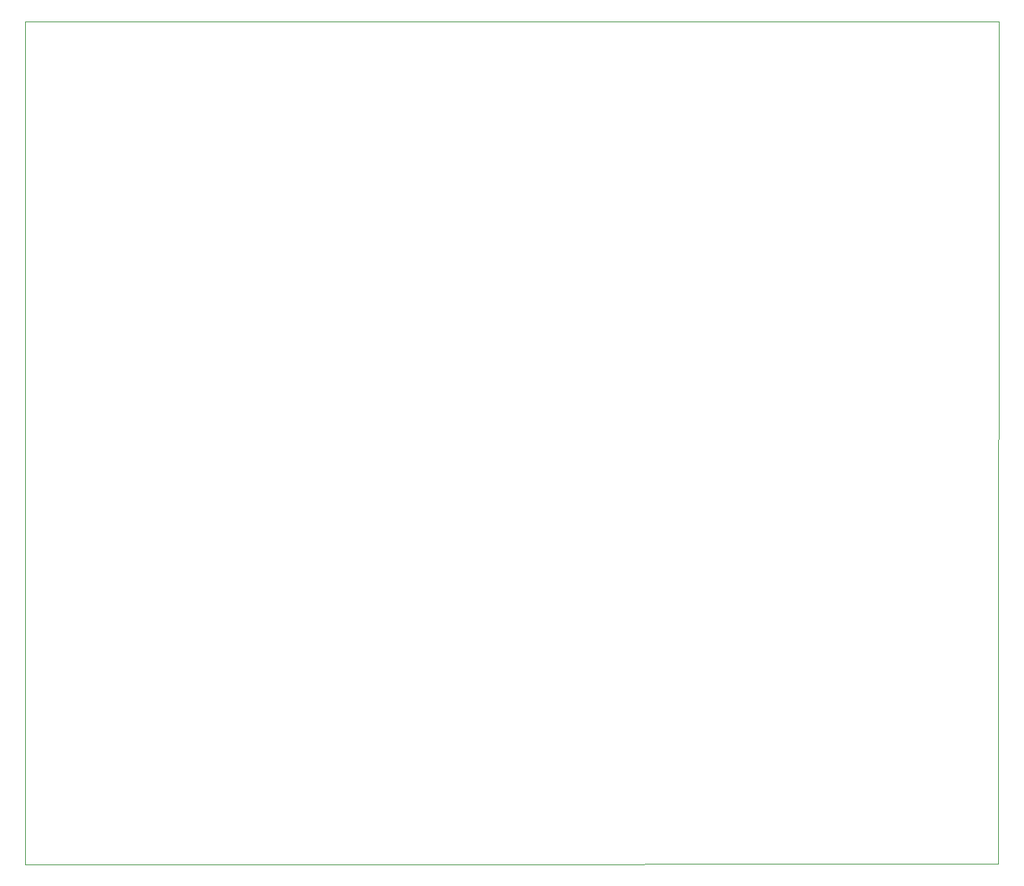
<source format=gbo>
%TF.GenerationSoftware,KiCad,Pcbnew,5.1.6-c6e7f7d~86~ubuntu18.04.1*%
%TF.CreationDate,2020-08-11T14:48:33+12:00*%
%TF.ProjectId,Trimodal SMD Cheap,5472696d-6f64-4616-9c20-534d44204368,rev?*%
%TF.SameCoordinates,Original*%
%TF.FileFunction,Legend,Bot*%
%TF.FilePolarity,Positive*%
%FSLAX46Y46*%
G04 Gerber Fmt 4.6, Leading zero omitted, Abs format (unit mm)*
G04 Created by KiCad (PCBNEW 5.1.6-c6e7f7d~86~ubuntu18.04.1) date 2020-08-11 14:48:33*
%MOMM*%
%LPD*%
G01*
G04 APERTURE LIST*
%TA.AperFunction,Profile*%
%ADD10C,0.100000*%
%TD*%
G04 APERTURE END LIST*
D10*
X62293500Y-131635500D02*
X31686500Y-131635500D01*
X62230000Y-32194500D02*
X31623000Y-32194500D01*
X31686500Y-131635500D02*
X31623000Y-32194500D01*
X146494500Y-32131000D02*
X146367500Y-131572000D01*
X62230000Y-32194500D02*
X146494500Y-32131000D01*
X146367500Y-131572000D02*
X62293500Y-131635500D01*
M02*

</source>
